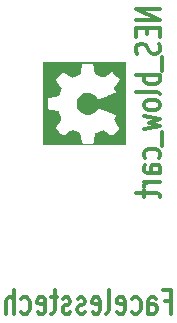
<source format=gbo>
G04 (created by PCBNEW-RS274X (2012-apr-16-27)-stable) date Sun 23 Mar 2014 20:21:50 GMT*
G01*
G70*
G90*
%MOIN*%
G04 Gerber Fmt 3.4, Leading zero omitted, Abs format*
%FSLAX34Y34*%
G04 APERTURE LIST*
%ADD10C,0.006000*%
%ADD11C,0.012000*%
%ADD12C,0.000100*%
G04 APERTURE END LIST*
G54D10*
G54D11*
X62199Y-12940D02*
X61399Y-12940D01*
X62199Y-13283D01*
X61399Y-13283D01*
X61780Y-13569D02*
X61780Y-13769D01*
X62199Y-13855D02*
X62199Y-13569D01*
X61399Y-13569D01*
X61399Y-13855D01*
X62161Y-14083D02*
X62199Y-14169D01*
X62199Y-14312D01*
X62161Y-14369D01*
X62123Y-14398D01*
X62046Y-14426D01*
X61970Y-14426D01*
X61894Y-14398D01*
X61856Y-14369D01*
X61818Y-14312D01*
X61780Y-14198D01*
X61742Y-14140D01*
X61704Y-14112D01*
X61627Y-14083D01*
X61551Y-14083D01*
X61475Y-14112D01*
X61437Y-14140D01*
X61399Y-14198D01*
X61399Y-14340D01*
X61437Y-14426D01*
X62275Y-14540D02*
X62275Y-14997D01*
X62199Y-15140D02*
X61399Y-15140D01*
X61704Y-15140D02*
X61665Y-15197D01*
X61665Y-15311D01*
X61704Y-15368D01*
X61742Y-15397D01*
X61818Y-15426D01*
X62046Y-15426D01*
X62123Y-15397D01*
X62161Y-15368D01*
X62199Y-15311D01*
X62199Y-15197D01*
X62161Y-15140D01*
X62199Y-15769D02*
X62161Y-15711D01*
X62085Y-15683D01*
X61399Y-15683D01*
X62199Y-16083D02*
X62161Y-16025D01*
X62123Y-15997D01*
X62046Y-15968D01*
X61818Y-15968D01*
X61742Y-15997D01*
X61704Y-16025D01*
X61665Y-16083D01*
X61665Y-16168D01*
X61704Y-16225D01*
X61742Y-16254D01*
X61818Y-16283D01*
X62046Y-16283D01*
X62123Y-16254D01*
X62161Y-16225D01*
X62199Y-16168D01*
X62199Y-16083D01*
X61665Y-16483D02*
X62199Y-16597D01*
X61818Y-16711D01*
X62199Y-16826D01*
X61665Y-16940D01*
X62275Y-17026D02*
X62275Y-17483D01*
X62161Y-17883D02*
X62199Y-17826D01*
X62199Y-17712D01*
X62161Y-17654D01*
X62123Y-17626D01*
X62046Y-17597D01*
X61818Y-17597D01*
X61742Y-17626D01*
X61704Y-17654D01*
X61665Y-17712D01*
X61665Y-17826D01*
X61704Y-17883D01*
X62199Y-18397D02*
X61780Y-18397D01*
X61704Y-18368D01*
X61665Y-18311D01*
X61665Y-18197D01*
X61704Y-18140D01*
X62161Y-18397D02*
X62199Y-18340D01*
X62199Y-18197D01*
X62161Y-18140D01*
X62085Y-18111D01*
X62008Y-18111D01*
X61932Y-18140D01*
X61894Y-18197D01*
X61894Y-18340D01*
X61856Y-18397D01*
X62199Y-18683D02*
X61665Y-18683D01*
X61818Y-18683D02*
X61742Y-18711D01*
X61704Y-18740D01*
X61665Y-18797D01*
X61665Y-18854D01*
X61665Y-18968D02*
X61665Y-19197D01*
X61399Y-19054D02*
X62085Y-19054D01*
X62161Y-19082D01*
X62199Y-19140D01*
X62199Y-19197D01*
X62381Y-22655D02*
X62581Y-22655D01*
X62581Y-23074D02*
X62581Y-22274D01*
X62295Y-22274D01*
X61810Y-23074D02*
X61810Y-22655D01*
X61839Y-22579D01*
X61896Y-22540D01*
X62010Y-22540D01*
X62067Y-22579D01*
X61810Y-23036D02*
X61867Y-23074D01*
X62010Y-23074D01*
X62067Y-23036D01*
X62096Y-22960D01*
X62096Y-22883D01*
X62067Y-22807D01*
X62010Y-22769D01*
X61867Y-22769D01*
X61810Y-22731D01*
X61267Y-23036D02*
X61324Y-23074D01*
X61438Y-23074D01*
X61496Y-23036D01*
X61524Y-22998D01*
X61553Y-22921D01*
X61553Y-22693D01*
X61524Y-22617D01*
X61496Y-22579D01*
X61438Y-22540D01*
X61324Y-22540D01*
X61267Y-22579D01*
X60782Y-23036D02*
X60839Y-23074D01*
X60953Y-23074D01*
X61010Y-23036D01*
X61039Y-22960D01*
X61039Y-22655D01*
X61010Y-22579D01*
X60953Y-22540D01*
X60839Y-22540D01*
X60782Y-22579D01*
X60753Y-22655D01*
X60753Y-22731D01*
X61039Y-22807D01*
X60410Y-23074D02*
X60468Y-23036D01*
X60496Y-22960D01*
X60496Y-22274D01*
X59954Y-23036D02*
X60011Y-23074D01*
X60125Y-23074D01*
X60182Y-23036D01*
X60211Y-22960D01*
X60211Y-22655D01*
X60182Y-22579D01*
X60125Y-22540D01*
X60011Y-22540D01*
X59954Y-22579D01*
X59925Y-22655D01*
X59925Y-22731D01*
X60211Y-22807D01*
X59697Y-23036D02*
X59640Y-23074D01*
X59525Y-23074D01*
X59468Y-23036D01*
X59440Y-22960D01*
X59440Y-22921D01*
X59468Y-22845D01*
X59525Y-22807D01*
X59611Y-22807D01*
X59668Y-22769D01*
X59697Y-22693D01*
X59697Y-22655D01*
X59668Y-22579D01*
X59611Y-22540D01*
X59525Y-22540D01*
X59468Y-22579D01*
X59211Y-23036D02*
X59154Y-23074D01*
X59039Y-23074D01*
X58982Y-23036D01*
X58954Y-22960D01*
X58954Y-22921D01*
X58982Y-22845D01*
X59039Y-22807D01*
X59125Y-22807D01*
X59182Y-22769D01*
X59211Y-22693D01*
X59211Y-22655D01*
X59182Y-22579D01*
X59125Y-22540D01*
X59039Y-22540D01*
X58982Y-22579D01*
X58782Y-22540D02*
X58553Y-22540D01*
X58696Y-22274D02*
X58696Y-22960D01*
X58668Y-23036D01*
X58610Y-23074D01*
X58553Y-23074D01*
X58125Y-23036D02*
X58182Y-23074D01*
X58296Y-23074D01*
X58353Y-23036D01*
X58382Y-22960D01*
X58382Y-22655D01*
X58353Y-22579D01*
X58296Y-22540D01*
X58182Y-22540D01*
X58125Y-22579D01*
X58096Y-22655D01*
X58096Y-22731D01*
X58382Y-22807D01*
X57582Y-23036D02*
X57639Y-23074D01*
X57753Y-23074D01*
X57811Y-23036D01*
X57839Y-22998D01*
X57868Y-22921D01*
X57868Y-22693D01*
X57839Y-22617D01*
X57811Y-22579D01*
X57753Y-22540D01*
X57639Y-22540D01*
X57582Y-22579D01*
X57325Y-23074D02*
X57325Y-22274D01*
X57068Y-23074D02*
X57068Y-22655D01*
X57097Y-22579D01*
X57154Y-22540D01*
X57239Y-22540D01*
X57297Y-22579D01*
X57325Y-22617D01*
G54D12*
G36*
X61053Y-17453D02*
X61053Y-17410D01*
X59845Y-17410D01*
X59791Y-17410D01*
X59734Y-17410D01*
X59690Y-17410D01*
X59657Y-17409D01*
X59634Y-17408D01*
X59619Y-17406D01*
X59610Y-17404D01*
X59607Y-17401D01*
X59605Y-17391D01*
X59600Y-17370D01*
X59594Y-17339D01*
X59586Y-17300D01*
X59578Y-17256D01*
X59573Y-17227D01*
X59564Y-17181D01*
X59556Y-17139D01*
X59549Y-17104D01*
X59543Y-17078D01*
X59540Y-17063D01*
X59538Y-17059D01*
X59530Y-17055D01*
X59511Y-17046D01*
X59484Y-17034D01*
X59452Y-17020D01*
X59417Y-17005D01*
X59381Y-16990D01*
X59347Y-16976D01*
X59318Y-16964D01*
X59296Y-16956D01*
X59283Y-16951D01*
X59282Y-16951D01*
X59272Y-16955D01*
X59253Y-16965D01*
X59229Y-16981D01*
X59206Y-16996D01*
X59144Y-17040D01*
X59092Y-17075D01*
X59051Y-17102D01*
X59020Y-17122D01*
X58998Y-17135D01*
X58985Y-17141D01*
X58983Y-17142D01*
X58975Y-17137D01*
X58959Y-17124D01*
X58937Y-17104D01*
X58910Y-17078D01*
X58880Y-17050D01*
X58849Y-17019D01*
X58818Y-16988D01*
X58789Y-16959D01*
X58764Y-16933D01*
X58744Y-16912D01*
X58732Y-16897D01*
X58728Y-16891D01*
X58732Y-16883D01*
X58743Y-16865D01*
X58759Y-16839D01*
X58781Y-16807D01*
X58806Y-16769D01*
X58827Y-16739D01*
X58854Y-16698D01*
X58879Y-16662D01*
X58899Y-16631D01*
X58914Y-16607D01*
X58923Y-16591D01*
X58926Y-16586D01*
X58923Y-16576D01*
X58916Y-16555D01*
X58905Y-16527D01*
X58891Y-16494D01*
X58877Y-16458D01*
X58861Y-16423D01*
X58847Y-16391D01*
X58834Y-16364D01*
X58825Y-16345D01*
X58819Y-16336D01*
X58819Y-16336D01*
X58809Y-16333D01*
X58788Y-16328D01*
X58757Y-16322D01*
X58718Y-16314D01*
X58674Y-16306D01*
X58650Y-16301D01*
X58604Y-16293D01*
X58561Y-16284D01*
X58525Y-16277D01*
X58497Y-16271D01*
X58479Y-16267D01*
X58475Y-16266D01*
X58470Y-16263D01*
X58467Y-16260D01*
X58464Y-16253D01*
X58462Y-16242D01*
X58461Y-16225D01*
X58460Y-16200D01*
X58460Y-16165D01*
X58459Y-16119D01*
X58459Y-16083D01*
X58460Y-16032D01*
X58460Y-15987D01*
X58462Y-15950D01*
X58463Y-15922D01*
X58465Y-15906D01*
X58466Y-15902D01*
X58474Y-15900D01*
X58495Y-15895D01*
X58525Y-15889D01*
X58564Y-15881D01*
X58608Y-15873D01*
X58645Y-15866D01*
X58692Y-15857D01*
X58736Y-15848D01*
X58773Y-15840D01*
X58801Y-15833D01*
X58819Y-15828D01*
X58824Y-15825D01*
X58831Y-15815D01*
X58840Y-15795D01*
X58852Y-15767D01*
X58866Y-15734D01*
X58880Y-15698D01*
X58894Y-15663D01*
X58907Y-15630D01*
X58916Y-15602D01*
X58922Y-15582D01*
X58924Y-15573D01*
X58919Y-15565D01*
X58907Y-15546D01*
X58890Y-15520D01*
X58868Y-15487D01*
X58843Y-15449D01*
X58824Y-15423D01*
X58797Y-15383D01*
X58773Y-15348D01*
X58753Y-15317D01*
X58738Y-15293D01*
X58730Y-15279D01*
X58728Y-15275D01*
X58733Y-15267D01*
X58746Y-15251D01*
X58767Y-15229D01*
X58794Y-15201D01*
X58826Y-15168D01*
X58851Y-15143D01*
X58892Y-15102D01*
X58925Y-15070D01*
X58950Y-15047D01*
X58968Y-15033D01*
X58980Y-15025D01*
X58987Y-15024D01*
X58996Y-15029D01*
X59015Y-15040D01*
X59043Y-15058D01*
X59076Y-15080D01*
X59113Y-15105D01*
X59135Y-15120D01*
X59174Y-15146D01*
X59210Y-15170D01*
X59241Y-15190D01*
X59264Y-15204D01*
X59279Y-15212D01*
X59283Y-15213D01*
X59293Y-15210D01*
X59313Y-15203D01*
X59341Y-15192D01*
X59374Y-15178D01*
X59410Y-15164D01*
X59446Y-15149D01*
X59478Y-15134D01*
X59506Y-15122D01*
X59526Y-15112D01*
X59536Y-15107D01*
X59536Y-15107D01*
X59539Y-15098D01*
X59544Y-15078D01*
X59551Y-15048D01*
X59559Y-15010D01*
X59567Y-14966D01*
X59573Y-14937D01*
X59582Y-14890D01*
X59590Y-14848D01*
X59597Y-14812D01*
X59602Y-14784D01*
X59606Y-14767D01*
X59607Y-14763D01*
X59615Y-14760D01*
X59635Y-14757D01*
X59664Y-14756D01*
X59700Y-14754D01*
X59742Y-14753D01*
X59785Y-14753D01*
X59829Y-14753D01*
X59871Y-14753D01*
X59908Y-14755D01*
X59939Y-14757D01*
X59960Y-14759D01*
X59970Y-14762D01*
X59970Y-14762D01*
X59973Y-14772D01*
X59978Y-14793D01*
X59985Y-14823D01*
X59993Y-14862D01*
X60001Y-14906D01*
X60006Y-14930D01*
X60014Y-14975D01*
X60023Y-15017D01*
X60031Y-15052D01*
X60037Y-15078D01*
X60042Y-15094D01*
X60044Y-15097D01*
X60053Y-15102D01*
X60073Y-15111D01*
X60101Y-15123D01*
X60134Y-15138D01*
X60171Y-15152D01*
X60208Y-15167D01*
X60243Y-15181D01*
X60273Y-15193D01*
X60297Y-15201D01*
X60311Y-15205D01*
X60313Y-15206D01*
X60321Y-15202D01*
X60339Y-15191D01*
X60365Y-15174D01*
X60397Y-15153D01*
X60434Y-15128D01*
X60454Y-15114D01*
X60493Y-15087D01*
X60528Y-15064D01*
X60559Y-15045D01*
X60582Y-15031D01*
X60596Y-15023D01*
X60600Y-15022D01*
X60607Y-15027D01*
X60623Y-15040D01*
X60645Y-15060D01*
X60672Y-15085D01*
X60702Y-15114D01*
X60733Y-15144D01*
X60764Y-15175D01*
X60793Y-15204D01*
X60818Y-15230D01*
X60838Y-15251D01*
X60851Y-15265D01*
X60855Y-15272D01*
X60851Y-15279D01*
X60841Y-15296D01*
X60824Y-15321D01*
X60803Y-15353D01*
X60778Y-15389D01*
X60763Y-15411D01*
X60737Y-15450D01*
X60714Y-15485D01*
X60694Y-15515D01*
X60680Y-15538D01*
X60672Y-15552D01*
X60671Y-15555D01*
X60674Y-15565D01*
X60683Y-15584D01*
X60695Y-15609D01*
X60704Y-15626D01*
X60719Y-15656D01*
X60728Y-15676D01*
X60728Y-15691D01*
X60719Y-15702D01*
X60700Y-15712D01*
X60668Y-15725D01*
X60664Y-15727D01*
X60645Y-15735D01*
X60614Y-15747D01*
X60575Y-15763D01*
X60528Y-15782D01*
X60477Y-15804D01*
X60422Y-15826D01*
X60387Y-15841D01*
X60334Y-15863D01*
X60284Y-15883D01*
X60241Y-15900D01*
X60204Y-15915D01*
X60176Y-15926D01*
X60158Y-15932D01*
X60153Y-15934D01*
X60144Y-15928D01*
X60130Y-15914D01*
X60113Y-15893D01*
X60106Y-15884D01*
X60057Y-15825D01*
X60005Y-15780D01*
X59950Y-15747D01*
X59890Y-15726D01*
X59823Y-15716D01*
X59787Y-15715D01*
X59715Y-15721D01*
X59649Y-15740D01*
X59588Y-15773D01*
X59533Y-15818D01*
X59517Y-15835D01*
X59475Y-15892D01*
X59445Y-15954D01*
X59427Y-16019D01*
X59422Y-16085D01*
X59428Y-16152D01*
X59447Y-16216D01*
X59477Y-16277D01*
X59520Y-16332D01*
X59538Y-16351D01*
X59595Y-16396D01*
X59655Y-16427D01*
X59720Y-16446D01*
X59791Y-16452D01*
X59792Y-16452D01*
X59863Y-16445D01*
X59930Y-16426D01*
X59991Y-16394D01*
X60047Y-16348D01*
X60099Y-16290D01*
X60111Y-16274D01*
X60127Y-16253D01*
X60141Y-16238D01*
X60151Y-16231D01*
X60152Y-16230D01*
X60162Y-16233D01*
X60182Y-16240D01*
X60209Y-16251D01*
X60241Y-16264D01*
X60245Y-16265D01*
X60274Y-16277D01*
X60313Y-16294D01*
X60360Y-16313D01*
X60412Y-16335D01*
X60467Y-16358D01*
X60522Y-16380D01*
X60526Y-16382D01*
X60576Y-16403D01*
X60621Y-16422D01*
X60661Y-16439D01*
X60693Y-16453D01*
X60716Y-16463D01*
X60729Y-16469D01*
X60730Y-16470D01*
X60730Y-16479D01*
X60723Y-16497D01*
X60712Y-16523D01*
X60704Y-16539D01*
X60690Y-16567D01*
X60679Y-16590D01*
X60672Y-16606D01*
X60671Y-16611D01*
X60675Y-16619D01*
X60686Y-16637D01*
X60702Y-16663D01*
X60723Y-16695D01*
X60748Y-16731D01*
X60755Y-16742D01*
X60781Y-16779D01*
X60804Y-16814D01*
X60824Y-16843D01*
X60838Y-16865D01*
X60847Y-16878D01*
X60848Y-16880D01*
X60850Y-16886D01*
X60849Y-16892D01*
X60845Y-16900D01*
X60837Y-16912D01*
X60822Y-16928D01*
X60801Y-16951D01*
X60772Y-16980D01*
X60734Y-17019D01*
X60734Y-17019D01*
X60697Y-17055D01*
X60664Y-17087D01*
X60637Y-17112D01*
X60615Y-17131D01*
X60602Y-17140D01*
X60599Y-17142D01*
X60589Y-17138D01*
X60570Y-17127D01*
X60543Y-17111D01*
X60510Y-17089D01*
X60473Y-17064D01*
X60452Y-17050D01*
X60414Y-17024D01*
X60379Y-17001D01*
X60350Y-16981D01*
X60328Y-16967D01*
X60315Y-16959D01*
X60313Y-16958D01*
X60304Y-16961D01*
X60284Y-16968D01*
X60257Y-16979D01*
X60224Y-16991D01*
X60188Y-17006D01*
X60152Y-17021D01*
X60117Y-17035D01*
X60086Y-17048D01*
X60063Y-17058D01*
X60049Y-17065D01*
X60047Y-17066D01*
X60042Y-17072D01*
X60038Y-17085D01*
X60032Y-17105D01*
X60025Y-17134D01*
X60017Y-17172D01*
X60008Y-17222D01*
X59996Y-17284D01*
X59989Y-17322D01*
X59984Y-17352D01*
X59979Y-17377D01*
X59975Y-17394D01*
X59974Y-17398D01*
X59972Y-17402D01*
X59968Y-17405D01*
X59958Y-17407D01*
X59943Y-17408D01*
X59920Y-17409D01*
X59888Y-17410D01*
X59845Y-17410D01*
X61053Y-17410D01*
X61053Y-16075D01*
X61053Y-14697D01*
X59675Y-14697D01*
X58297Y-14697D01*
X58297Y-16075D01*
X58297Y-17453D01*
X59675Y-17453D01*
X61053Y-17453D01*
X61053Y-17453D01*
X61053Y-17453D01*
G37*
M02*

</source>
